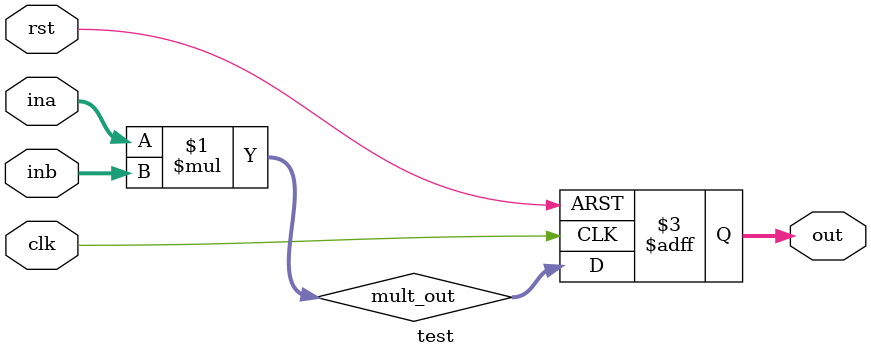
<source format=sv>
module test(
	input [2:0] ina,inb,
	input clk,rst,
	output reg [4:0] out
);
	wire [4:0] mult_out;
	assign mult_out = ina* inb;
	always @(posedge clk,posedge rst)
	begin
		if(rst) begin 
				out <= 4'd1;
		end
		else    out <= mult_out;
	end
endmodule

</source>
